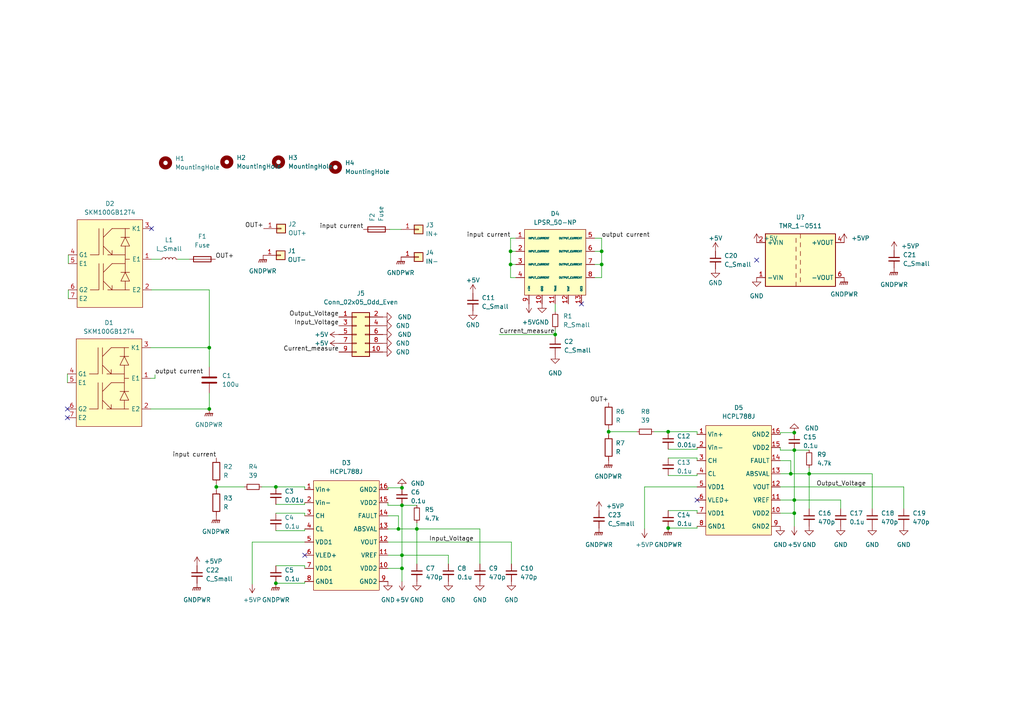
<source format=kicad_sch>
(kicad_sch (version 20211123) (generator eeschema)
  (paper "A4")
  (lib_symbols
    (symbol "Connector_Generic:Conn_01x01" (pin_names (offset 1.016) hide)
      (property "Reference" "J" (at 0 2.54 0))
      (property "Value" "Conn_01x01" (at 0 -2.54 0))
      (symbol "Conn_01x01_1_1"
        (rectangle (start -1.27 0.127) (end 0 -0.127) (stroke (width 0.1524)))
        (rectangle (start -1.27 1.27) (end 1.27 -1.27) (stroke (width 0.254)) (fill (type background)))
        (pin passive line (at -5.08 0 0) (length 3.81) (name "Pin_1") (number "1"))
      )
    )
    (symbol "Connector_Generic:Conn_02x05_Odd_Even" (pin_names (offset 1.016) hide)
      (property "Reference" "J" (at 1.27 7.62 0))
      (property "Value" "Conn_02x05_Odd_Even" (at 1.27 -7.62 0))
      (symbol "Conn_02x05_Odd_Even_1_1"
        (rectangle (start -1.27 -4.953) (end 0 -5.207) (stroke (width 0.1524)))
        (rectangle (start -1.27 -2.413) (end 0 -2.667) (stroke (width 0.1524)))
        (rectangle (start -1.27 0.127) (end 0 -0.127) (stroke (width 0.1524)))
        (rectangle (start -1.27 2.667) (end 0 2.413) (stroke (width 0.1524)))
        (rectangle (start -1.27 5.207) (end 0 4.953) (stroke (width 0.1524)))
        (rectangle (start -1.27 6.35) (end 3.81 -6.35) (stroke (width 0.254)) (fill (type background)))
        (rectangle (start 3.81 -4.953) (end 2.54 -5.207) (stroke (width 0.1524)))
        (rectangle (start 3.81 -2.413) (end 2.54 -2.667) (stroke (width 0.1524)))
        (rectangle (start 3.81 0.127) (end 2.54 -0.127) (stroke (width 0.1524)))
        (rectangle (start 3.81 2.667) (end 2.54 2.413) (stroke (width 0.1524)))
        (rectangle (start 3.81 5.207) (end 2.54 4.953) (stroke (width 0.1524)))
        (pin passive line (at -5.08 5.08 0) (length 3.81) (name "Pin_1") (number "1"))
        (pin passive line (at 7.62 -5.08 180) (length 3.81) (name "Pin_10") (number "10"))
        (pin passive line (at 7.62 5.08 180) (length 3.81) (name "Pin_2") (number "2"))
        (pin passive line (at -5.08 2.54 0) (length 3.81) (name "Pin_3") (number "3"))
        (pin passive line (at 7.62 2.54 180) (length 3.81) (name "Pin_4") (number "4"))
        (pin passive line (at -5.08 0 0) (length 3.81) (name "Pin_5") (number "5"))
        (pin passive line (at 7.62 0 180) (length 3.81) (name "Pin_6") (number "6"))
        (pin passive line (at -5.08 -2.54 0) (length 3.81) (name "Pin_7") (number "7"))
        (pin passive line (at 7.62 -2.54 180) (length 3.81) (name "Pin_8") (number "8"))
        (pin passive line (at -5.08 -5.08 0) (length 3.81) (name "Pin_9") (number "9"))
      )
    )
    (symbol "Device:C" (pin_numbers hide) (pin_names (offset 0.254))
      (property "Reference" "C" (at 0.635 2.54 0))
      (property "Value" "C" (at 0.635 -2.54 0))
      (symbol "C_0_1"
        (polyline (pts (xy -2.032 -0.762) (xy 2.032 -0.762)) (stroke (width 0.508)))
        (polyline (pts (xy -2.032 0.762) (xy 2.032 0.762)) (stroke (width 0.508)))
      )
      (symbol "C_1_1"
        (pin passive line (at 0 3.81 270) (length 2.794) (name "~") (number "1"))
        (pin passive line (at 0 -3.81 90) (length 2.794) (name "~") (number "2"))
      )
    )
    (symbol "Device:C_Small" (pin_numbers hide) (pin_names (offset 0.254) hide)
      (property "Reference" "C" (at 0.254 1.778 0))
      (property "Value" "C_Small" (at 0.254 -2.032 0))
      (symbol "C_Small_0_1"
        (polyline (pts (xy -1.524 -0.508) (xy 1.524 -0.508)) (stroke (width 0.3302)))
        (polyline (pts (xy -1.524 0.508) (xy 1.524 0.508)) (stroke (width 0.3048)))
      )
      (symbol "C_Small_1_1"
        (pin passive line (at 0 2.54 270) (length 2.032) (name "~") (number "1"))
        (pin passive line (at 0 -2.54 90) (length 2.032) (name "~") (number "2"))
      )
    )
    (symbol "Device:Fuse" (pin_numbers hide) (pin_names (offset 0))
      (property "Reference" "F" (at 2.032 0 90))
      (property "Value" "Fuse" (at -1.905 0 90))
      (symbol "Fuse_0_1"
        (rectangle (start -0.762 -2.54) (end 0.762 2.54) (stroke (width 0.254)))
        (polyline (pts (xy 0 2.54) (xy 0 -2.54)))
      )
      (symbol "Fuse_1_1"
        (pin passive line (at 0 3.81 270) (length 1.27) (name "~") (number "1"))
        (pin passive line (at 0 -3.81 90) (length 1.27) (name "~") (number "2"))
      )
    )
    (symbol "Device:L_Small" (pin_numbers hide) (pin_names (offset 0.254) hide)
      (property "Reference" "L" (at 0.762 1.016 0))
      (property "Value" "L_Small" (at 0.762 -1.016 0))
      (symbol "L_Small_0_1"
        (arc (start 0 -2.032) (mid 0.508 -1.524) (end 0 -1.016))
        (arc (start 0 -1.016) (mid 0.508 -0.508) (end 0 0))
        (arc (start 0 0) (mid 0.508 0.508) (end 0 1.016))
        (arc (start 0 1.016) (mid 0.508 1.524) (end 0 2.032))
      )
      (symbol "L_Small_1_1"
        (pin passive line (at 0 2.54 270) (length 0.508) (name "~") (number "1"))
        (pin passive line (at 0 -2.54 90) (length 0.508) (name "~") (number "2"))
      )
    )
    (symbol "Device:R" (pin_numbers hide) (pin_names (offset 0))
      (property "Reference" "R" (at 2.032 0 90))
      (property "Value" "R" (at 0 0 90))
      (symbol "R_0_1"
        (rectangle (start -1.016 -2.54) (end 1.016 2.54) (stroke (width 0.254)))
      )
      (symbol "R_1_1"
        (pin passive line (at 0 3.81 270) (length 1.27) (name "~") (number "1"))
        (pin passive line (at 0 -3.81 90) (length 1.27) (name "~") (number "2"))
      )
    )
    (symbol "Device:R_Small" (pin_numbers hide) (pin_names (offset 0.254) hide)
      (property "Reference" "R" (at 0.762 0.508 0))
      (property "Value" "R_Small" (at 0.762 -1.016 0))
      (symbol "R_Small_0_1"
        (rectangle (start -0.762 1.778) (end 0.762 -1.778) (stroke (width 0.2032)))
      )
      (symbol "R_Small_1_1"
        (pin passive line (at 0 2.54 270) (length 0.762) (name "~") (number "1"))
        (pin passive line (at 0 -2.54 90) (length 0.762) (name "~") (number "2"))
      )
    )
    (symbol "HCPL:HCPL788J"
      (property "Reference" "D" (at 0 3.81 0))
      (property "Value" "HCPL788J" (at 0 1.27 0))
      (symbol "HCPL788J_0_1"
        (rectangle (start -10.16 0) (end 8.89 -31.75) (fill (type background)))
      )
      (symbol "HCPL788J_1_1"
        (pin input line (at -12.7 -2.54 0) (length 2.54) (name "Vin+") (number "1"))
        (pin input line (at 11.43 -25.4 180) (length 2.54) (name "VDD2") (number "10"))
        (pin input line (at 11.43 -21.59 180) (length 2.54) (name "VREF") (number "11"))
        (pin input line (at 11.43 -17.78 180) (length 2.54) (name "VOUT") (number "12"))
        (pin input line (at 11.43 -13.97 180) (length 2.54) (name "ABSVAL") (number "13"))
        (pin input line (at 11.43 -10.16 180) (length 2.54) (name "FAULT") (number "14"))
        (pin input line (at 11.43 -6.35 180) (length 2.54) (name "VDD2") (number "15"))
        (pin input line (at 11.43 -2.54 180) (length 2.54) (name "GND2") (number "16"))
        (pin input line (at -12.7 -6.35 0) (length 2.54) (name "Vin-") (number "2"))
        (pin input line (at -12.7 -10.16 0) (length 2.54) (name "CH") (number "3"))
        (pin input line (at -12.7 -13.97 0) (length 2.54) (name "CL") (number "4"))
        (pin input line (at -12.7 -17.78 0) (length 2.54) (name "VDD1") (number "5"))
        (pin input line (at -12.7 -21.59 0) (length 2.54) (name "VLED+") (number "6"))
        (pin input line (at -12.7 -25.4 0) (length 2.54) (name "VDD1") (number "7"))
        (pin input line (at -12.7 -29.21 0) (length 2.54) (name "GND1") (number "8"))
        (pin input line (at 11.43 -29.21 180) (length 2.54) (name "GND2") (number "9"))
      )
    )
    (symbol "LPSR:LPSR_50-NP" (pin_names (offset 1.016))
      (property "Reference" "D" (at 0 0 0))
      (property "Value" "LPSR_50-NP" (at 0 -2.54 0))
      (symbol "LPSR_50-NP_0_1"
        (rectangle (start -8.89 -5.08) (end 8.89 -24.13) (fill (type background)))
      )
      (symbol "LPSR_50-NP_1_1"
        (pin input line (at -11.43 -7.62 0) (length 2.54) (name "INPUT_CURRENT") (number "1"))
        (pin input line (at -3.81 -26.67 90) (length 2.54) (name "GND") (number "10"))
        (pin input line (at 0 -26.67 90) (length 2.54) (name "Vout") (number "11"))
        (pin input line (at 3.81 -26.67 90) (length 2.54) (name "Vref") (number "12"))
        (pin input line (at 7.62 -26.67 90) (length 2.54) (name "OCD") (number "13"))
        (pin input line (at -11.43 -11.43 0) (length 2.54) (name "INPUT_CURRENT") (number "2"))
        (pin input line (at -11.43 -15.24 0) (length 2.54) (name "INPUT_CURRENT") (number "3"))
        (pin input line (at -11.43 -19.05 0) (length 2.54) (name "INPUT_CURRENT") (number "4"))
        (pin input line (at 11.43 -7.62 180) (length 2.54) (name "OUTPUT_CURRENT") (number "5"))
        (pin input line (at 11.43 -11.43 180) (length 2.54) (name "OUTPUT_CURRENT") (number "6"))
        (pin input line (at 11.43 -15.24 180) (length 2.54) (name "OUTPUT_CURRENT") (number "7"))
        (pin input line (at 11.43 -19.05 180) (length 2.54) (name "OUTPUT_CURRENT") (number "8"))
        (pin input line (at -7.62 -26.67 90) (length 2.54) (name "+Uc") (number "9"))
      )
    )
    (symbol "Mechanical:MountingHole" (pin_names (offset 1.016))
      (property "Reference" "H" (at 0 5.08 0))
      (property "Value" "MountingHole" (at 0 3.175 0))
      (symbol "MountingHole_0_1"
        (circle (center 0 0) (radius 1.27) (stroke (width 1.27)))
      )
    )
    (symbol "Regulator_Switching:TMR_1-0511"
      (property "Reference" "U" (at -8.89 8.89 0))
      (property "Value" "TMR_1-0511" (at 10.16 8.89 0))
      (symbol "TMR_1-0511_0_1"
        (rectangle (start -10.16 7.62) (end 10.16 -7.62) (stroke (width 0.254)) (fill (type background)))
        (polyline (pts (xy -1.27 -7.62) (xy -1.27 -6.35)))
        (polyline (pts (xy -1.27 -5.08) (xy -1.27 -3.81)))
        (polyline (pts (xy -1.27 -2.54) (xy -1.27 -1.27)))
        (polyline (pts (xy -1.27 0) (xy -1.27 1.27)))
        (polyline (pts (xy -1.27 2.54) (xy -1.27 3.81)))
        (polyline (pts (xy -1.27 5.08) (xy -1.27 6.35)))
        (polyline (pts (xy 0 -5.08) (xy 0 -6.35)))
        (polyline (pts (xy 0 -2.54) (xy 0 -3.81)))
        (polyline (pts (xy 0 0) (xy 0 -1.27)))
        (polyline (pts (xy 0 2.54) (xy 0 1.27)))
        (polyline (pts (xy 0 5.08) (xy 0 3.81)))
        (polyline (pts (xy 0 7.62) (xy 0 6.35)))
      )
      (symbol "TMR_1-0511_1_1"
        (pin power_in line (at -12.7 -5.08 0) (length 2.54) (name "-VIN") (number "1"))
        (pin power_in line (at -12.7 5.08 0) (length 2.54) (name "+VIN") (number "2"))
        (pin power_out line (at 12.7 5.08 180) (length 2.54) (name "+VOUT") (number "4"))
        (pin power_out line (at 12.7 -5.08 180) (length 2.54) (name "-VOUT") (number "6"))
      )
    )
    (symbol "SKM100GB12T4_1"
      (property "Reference" "D?" (at -0.635 4.699 0))
      (property "Value" "SKM100GB12T4" (at -0.635 2.159 0))
      (symbol "SKM100GB12T4_1_0_1"
        (polyline (pts (xy 3.81 -20.32) (xy 5.08 -20.32)))
        (polyline (pts (xy 3.81 -2.54) (xy 5.08 -2.54)))
        (polyline (pts (xy -3.81 -12.7) (xy -3.81 -20.32) (xy -6.35 -20.32)))
        (polyline (pts (xy -3.81 -2.54) (xy -3.81 -10.16) (xy -6.35 -10.16)))
        (polyline (pts (xy 3.81 -17.78) (xy 3.81 -20.32) (xy 0 -20.32)))
        (polyline (pts (xy 3.81 -15.24) (xy 3.81 -12.7) (xy 0 -12.7)))
        (polyline (pts (xy 3.81 -7.62) (xy 3.81 -10.16) (xy 0 -10.16)))
        (polyline (pts (xy 3.81 -5.08) (xy 3.81 -2.54) (xy 0 -2.54)))
        (polyline (pts (xy 3.81 -10.16) (xy 3.81 -12.7) (xy 3.81 -11.43) (xy 5.08 -11.43)))
        (polyline (pts (xy 2.54 -15.24) (xy 5.08 -15.24) (xy 3.81 -15.24) (xy 2.54 -17.78) (xy 5.08 -17.78) (xy 3.81 -15.24)))
        (polyline (pts (xy 2.54 -5.08) (xy 5.08 -5.08) (xy 3.81 -5.08) (xy 2.54 -7.62) (xy 5.08 -7.62) (xy 3.81 -5.08)))
        (polyline (pts (xy 0 -12.7) (xy -2.54 -15.24) (xy -2.54 -12.7) (xy -2.54 -20.32) (xy -2.54 -17.78) (xy 0 -20.32) (xy 0 -19.05) (xy 0 -20.32) (xy -1.27 -20.32)))
        (polyline (pts (xy 0 -2.54) (xy -2.54 -5.08) (xy -2.54 -2.54) (xy -2.54 -10.16) (xy -2.54 -7.62) (xy 0 -10.16) (xy 0 -8.89) (xy 0 -10.16) (xy -1.27 -10.16)))
        (rectangle (start 8.89 0) (end -10.16 -25.4) (fill (type background)))
      )
      (symbol "SKM100GB12T4_1_1_1"
        (pin input line (at 11.43 -11.43 180) (length 2.54) (name "E1") (number "1"))
        (pin input line (at 11.43 -20.32 180) (length 2.54) (name "E2") (number "2"))
        (pin input line (at 11.43 -2.54 180) (length 2.54) (name "K1") (number "3"))
        (pin input line (at -12.7 -10.16 0) (length 2.54) (name "G1") (number "4"))
        (pin input line (at -12.7 -12.7 0) (length 2.54) (name "E1") (number "5"))
        (pin input line (at -12.7 -20.32 0) (length 2.54) (name "G2") (number "6"))
        (pin input line (at -12.7 -22.86 0) (length 2.54) (name "E2") (number "7"))
      )
    )
    (symbol "power:+5V" (power) (pin_names (offset 0))
      (property "Value" "+5V" (at 0 3.556 0))
      (symbol "+5V_0_1"
        (polyline (pts (xy -0.762 1.27) (xy 0 2.54)))
        (polyline (pts (xy 0 0) (xy 0 2.54)))
        (polyline (pts (xy 0 2.54) (xy 0.762 1.27)))
      )
      (symbol "+5V_1_1"
        (pin power_in line (at 0 0 90) (length 0) hide (name "+5V") (number "1"))
      )
    )
    (symbol "power:+5VP" (power) (pin_names (offset 0))
      (property "Value" "+5VP" (at 0 3.556 0))
      (symbol "+5VP_0_1"
        (polyline (pts (xy -0.762 1.27) (xy 0 2.54)))
        (polyline (pts (xy 0 0) (xy 0 2.54)))
        (polyline (pts (xy 0 2.54) (xy 0.762 1.27)))
      )
      (symbol "+5VP_1_1"
        (pin power_in line (at 0 0 90) (length 0) hide (name "+5VP") (number "1"))
      )
    )
    (symbol "power:GND" (power) (pin_names (offset 0))
      (property "Value" "GND" (at 0 -3.81 0))
      (symbol "GND_0_1"
        (polyline (pts (xy 0 0) (xy 0 -1.27) (xy 1.27 -1.27) (xy 0 -2.54) (xy -1.27 -1.27) (xy 0 -1.27)))
      )
      (symbol "GND_1_1"
        (pin power_in line (at 0 0 270) (length 0) hide (name "GND") (number "1"))
      )
    )
    (symbol "power:GNDPWR" (power) (pin_names (offset 0))
      (property "Value" "GNDPWR" (at 0 -3.302 0))
      (symbol "GNDPWR_0_1"
        (polyline (pts (xy 0 -1.27) (xy 0 0)))
        (polyline (pts (xy -1.016 -1.27) (xy -1.27 -2.032) (xy -1.27 -2.032)) (stroke (width 0.2032)))
        (polyline (pts (xy -0.508 -1.27) (xy -0.762 -2.032) (xy -0.762 -2.032)) (stroke (width 0.2032)))
        (polyline (pts (xy 0 -1.27) (xy -0.254 -2.032) (xy -0.254 -2.032)) (stroke (width 0.2032)))
        (polyline (pts (xy 0.508 -1.27) (xy 0.254 -2.032) (xy 0.254 -2.032)) (stroke (width 0.2032)))
        (polyline (pts (xy 1.016 -1.27) (xy -1.016 -1.27) (xy -1.016 -1.27)) (stroke (width 0.2032)))
        (polyline (pts (xy 1.016 -1.27) (xy 0.762 -2.032) (xy 0.762 -2.032) (xy 0.762 -2.032)) (stroke (width 0.2032)))
      )
      (symbol "GNDPWR_1_1"
        (pin power_in line (at 0 0 270) (length 0) hide (name "GNDPWR") (number "1"))
      )
    )
  )
  (junction (at 62.738 141.224))
  (junction (at 60.706 100.838))
  (junction (at 120.904 153.416))
  (junction (at 148.082 76.708))
  (junction (at 230.378 145.034))
  (junction (at 161.036 97.028))
  (junction (at 115.57 153.416))
  (junction (at 193.802 153.162))
  (junction (at 116.586 161.036))
  (junction (at 116.586 146.558))
  (junction (at 174.498 72.898))
  (junction (at 174.498 76.708))
  (junction (at 234.696 137.414))
  (junction (at 148.082 72.898))
  (junction (at 229.362 137.414))
  (junction (at 60.706 118.618))
  (junction (at 80.01 169.164))
  (junction (at 80.01 141.224))
  (junction (at 230.378 148.844))
  (junction (at 116.586 164.846))
  (junction (at 230.378 130.556))
  (junction (at 116.586 141.478))
  (junction (at 230.378 125.476))
  (junction (at 176.53 125.222))
  (junction (at 193.802 125.222))
  (no_connect (at 88.392 161.036))
  (no_connect (at 202.184 145.034))
  (no_connect (at 19.558 118.618))
  (no_connect (at 19.558 121.158))
  (no_connect (at 43.942 66.294))
  (no_connect (at 168.656 88.138))
  (no_connect (at 219.456 75.438))
  (wire (pts (xy 189.738 125.222) (xy 193.802 125.222)))
  (wire (pts (xy 80.01 153.924) (xy 88.392 153.924)))
  (wire (pts (xy 202.184 137.922) (xy 202.184 137.414)))
  (wire (pts (xy 116.586 146.558) (xy 112.522 146.558)))
  (wire (pts (xy 43.688 100.838) (xy 60.706 100.838)))
  (wire (pts (xy 234.696 137.414) (xy 252.984 137.414)))
  (wire (pts (xy 19.558 108.458) (xy 19.558 110.998)))
  (wire (pts (xy 161.036 95.504) (xy 161.036 97.028)))
  (wire (pts (xy 161.036 88.138) (xy 161.036 90.424)))
  (wire (pts (xy 19.812 84.074) (xy 19.812 86.614)))
  (wire (pts (xy 252.984 137.414) (xy 252.984 147.574)))
  (wire (pts (xy 62.738 141.224) (xy 70.866 141.224)))
  (wire (pts (xy 243.84 145.034) (xy 243.84 147.574)))
  (wire (pts (xy 172.466 69.088) (xy 174.498 69.088)))
  (wire (pts (xy 202.184 125.222) (xy 202.184 125.984)))
  (wire (pts (xy 230.378 148.844) (xy 230.378 152.654)))
  (wire (pts (xy 262.128 141.224) (xy 262.128 147.574)))
  (wire (pts (xy 229.362 137.414) (xy 234.696 137.414)))
  (wire (pts (xy 234.696 137.414) (xy 234.696 147.574)))
  (wire (pts (xy 80.01 169.164) (xy 88.392 169.164)))
  (wire (pts (xy 115.57 153.416) (xy 120.904 153.416)))
  (wire (pts (xy 80.01 148.844) (xy 88.392 148.844)))
  (wire (pts (xy 226.314 133.604) (xy 229.362 133.604)))
  (wire (pts (xy 116.586 141.478) (xy 112.522 141.478)))
  (wire (pts (xy 51.562 75.184) (xy 54.864 75.184)))
  (wire (pts (xy 112.522 164.846) (xy 116.586 164.846)))
  (wire (pts (xy 230.378 130.556) (xy 226.314 130.556)))
  (wire (pts (xy 116.586 146.558) (xy 116.586 161.036)))
  (wire (pts (xy 176.53 125.222) (xy 176.53 125.984)))
  (wire (pts (xy 88.392 164.084) (xy 88.392 164.846)))
  (wire (pts (xy 112.522 146.558) (xy 112.522 145.796)))
  (wire (pts (xy 193.802 137.922) (xy 202.184 137.922)))
  (wire (pts (xy 161.036 97.028) (xy 161.036 97.79)))
  (wire (pts (xy 172.466 76.708) (xy 174.498 76.708)))
  (wire (pts (xy 60.706 84.074) (xy 60.706 100.838)))
  (wire (pts (xy 144.78 97.028) (xy 161.036 97.028)))
  (wire (pts (xy 176.53 125.222) (xy 184.658 125.222)))
  (wire (pts (xy 234.696 135.636) (xy 234.696 137.414)))
  (wire (pts (xy 60.706 114.046) (xy 60.706 118.618)))
  (wire (pts (xy 149.606 69.088) (xy 148.082 69.088)))
  (wire (pts (xy 112.522 141.478) (xy 112.522 141.986)))
  (wire (pts (xy 80.01 141.224) (xy 88.392 141.224)))
  (wire (pts (xy 148.082 80.518) (xy 148.082 76.708)))
  (wire (pts (xy 202.184 148.082) (xy 202.184 148.844)))
  (wire (pts (xy 193.802 148.082) (xy 202.184 148.082)))
  (wire (pts (xy 116.586 161.036) (xy 116.586 164.846)))
  (wire (pts (xy 148.082 69.088) (xy 148.082 72.898)))
  (wire (pts (xy 112.522 149.606) (xy 115.57 149.606)))
  (wire (pts (xy 62.738 140.462) (xy 62.738 141.224)))
  (wire (pts (xy 120.904 153.416) (xy 139.192 153.416)))
  (wire (pts (xy 43.942 75.184) (xy 46.482 75.184)))
  (wire (pts (xy 115.57 149.606) (xy 115.57 153.416)))
  (wire (pts (xy 19.812 73.914) (xy 19.812 76.454)))
  (wire (pts (xy 73.152 169.418) (xy 73.152 157.226)))
  (wire (pts (xy 80.01 146.304) (xy 88.392 146.304)))
  (wire (pts (xy 88.392 148.844) (xy 88.392 149.606)))
  (wire (pts (xy 120.904 151.638) (xy 120.904 153.416)))
  (wire (pts (xy 193.802 132.842) (xy 202.184 132.842)))
  (wire (pts (xy 202.184 132.842) (xy 202.184 133.604)))
  (wire (pts (xy 174.498 72.898) (xy 174.498 76.708)))
  (wire (pts (xy 226.314 145.034) (xy 230.378 145.034)))
  (wire (pts (xy 75.946 141.224) (xy 80.01 141.224)))
  (wire (pts (xy 193.802 153.162) (xy 202.184 153.162)))
  (wire (pts (xy 130.048 161.036) (xy 130.048 163.576)))
  (wire (pts (xy 112.522 161.036) (xy 116.586 161.036)))
  (wire (pts (xy 116.586 146.558) (xy 120.904 146.558)))
  (wire (pts (xy 230.378 145.034) (xy 243.84 145.034)))
  (wire (pts (xy 226.314 130.556) (xy 226.314 129.794)))
  (wire (pts (xy 88.392 169.164) (xy 88.392 168.656)))
  (wire (pts (xy 193.802 130.302) (xy 202.184 130.302)))
  (wire (pts (xy 202.184 130.302) (xy 202.184 129.794)))
  (wire (pts (xy 148.082 76.708) (xy 149.606 76.708)))
  (wire (pts (xy 88.392 141.224) (xy 88.392 141.986)))
  (wire (pts (xy 88.392 153.924) (xy 88.392 153.416)))
  (wire (pts (xy 186.944 141.224) (xy 202.184 141.224)))
  (wire (pts (xy 112.522 153.416) (xy 115.57 153.416)))
  (wire (pts (xy 43.942 84.074) (xy 60.706 84.074)))
  (wire (pts (xy 230.378 130.556) (xy 234.696 130.556)))
  (wire (pts (xy 116.586 164.846) (xy 116.586 168.656)))
  (wire (pts (xy 80.01 164.084) (xy 88.392 164.084)))
  (wire (pts (xy 149.606 80.518) (xy 148.082 80.518)))
  (wire (pts (xy 174.498 80.518) (xy 172.466 80.518)))
  (wire (pts (xy 139.192 153.416) (xy 139.192 163.576)))
  (wire (pts (xy 172.466 72.898) (xy 174.498 72.898)))
  (wire (pts (xy 43.688 118.618) (xy 60.706 118.618)))
  (wire (pts (xy 226.314 141.224) (xy 262.128 141.224)))
  (wire (pts (xy 226.314 148.844) (xy 230.378 148.844)))
  (wire (pts (xy 176.53 124.46) (xy 176.53 125.222)))
  (wire (pts (xy 174.498 69.088) (xy 174.498 72.898)))
  (wire (pts (xy 113.03 66.548) (xy 116.332 66.548)))
  (wire (pts (xy 62.738 141.224) (xy 62.738 141.986)))
  (wire (pts (xy 193.802 125.222) (xy 202.184 125.222)))
  (wire (pts (xy 88.392 146.304) (xy 88.392 145.796)))
  (wire (pts (xy 226.314 137.414) (xy 229.362 137.414)))
  (wire (pts (xy 202.184 153.162) (xy 202.184 152.654)))
  (wire (pts (xy 230.378 130.556) (xy 230.378 145.034)))
  (wire (pts (xy 230.378 145.034) (xy 230.378 148.844)))
  (wire (pts (xy 116.586 161.036) (xy 130.048 161.036)))
  (wire (pts (xy 112.522 157.226) (xy 148.336 157.226)))
  (wire (pts (xy 148.082 72.898) (xy 149.606 72.898)))
  (wire (pts (xy 186.944 153.416) (xy 186.944 141.224)))
  (wire (pts (xy 43.688 109.728) (xy 44.958 109.728)))
  (wire (pts (xy 226.314 125.476) (xy 226.314 125.984)))
  (wire (pts (xy 148.082 76.708) (xy 148.082 72.898)))
  (wire (pts (xy 120.904 153.416) (xy 120.904 163.576)))
  (wire (pts (xy 60.706 100.838) (xy 60.706 106.426)))
  (wire (pts (xy 174.498 76.708) (xy 174.498 80.518)))
  (wire (pts (xy 230.378 125.476) (xy 226.314 125.476)))
  (wire (pts (xy 148.336 157.226) (xy 148.336 163.576)))
  (wire (pts (xy 44.958 109.728) (xy 44.958 108.712)))
  (wire (pts (xy 73.152 157.226) (xy 88.392 157.226)))
  (wire (pts (xy 229.362 133.604) (xy 229.362 137.414)))
  (label "Input_Voltage" (at 137.414 157.226 180))
  (label "Current_measure" (at 144.78 97.028 0))
  (label "output current" (at 44.958 108.712 0))
  (label "input current" (at 148.082 69.088 180))
  (label "input current" (at 62.738 132.842 180))
  (label "output current" (at 174.498 69.088 0))
  (label "OUT+" (at 176.53 116.84 180))
  (label "Output_Voltage" (at 251.206 141.224 180))
  (label "Current_measure" (at 98.298 102.108 180))
  (label "OUT+" (at 62.484 75.184 0))
  (label "input current" (at 105.41 66.548 180))
  (label "Output_Voltage" (at 98.298 91.948 180))
  (label "Input_Voltage" (at 98.298 94.488 180))
  (label "OUT+" (at 76.454 66.294 180))
  (symbol (lib_id "power:+5VP") (at 173.736 148.082 0) (unit 1)
    (property "Reference" "#PWR044" (effects hide))
    (property "Value" "+5VP" (at 175.768 146.8119 0) (effects (justify left)))
  )
  (symbol (lib_id "Device:C_Small") (at 262.128 150.114 0) (unit 1)
    (property "Reference" "C19" (at 264.668 148.8502 0) (effects (justify left)))
    (property "Value" "470p" (at 264.668 151.3902 0) (effects (justify left)))
    (property "Footprint" "Capacitor_SMD:C_0805_2012Metric_Pad1.18x1.45mm_HandSolder" (effects hide))
  )
  (symbol (lib_id "LPSR:LPSR_50-NP") (at 161.036 61.468 0) (unit 1)
    (property "Reference" "D4" (at 161.036 61.976 0))
    (property "Value" "LPSR_50-NP" (at 161.036 64.516 0))
    (property "Footprint" "LPSR:LPSR_50" (effects hide))
  )
  (symbol (lib_id "power:GND") (at 234.696 152.654 0) (unit 1)
    (property "Reference" "#PWR023" (effects hide))
    (property "Value" "GND" (at 234.696 157.988 0))
  )
  (symbol (lib_id "power:GND") (at 226.314 152.654 0) (unit 1)
    (property "Reference" "#PWR021" (effects hide))
    (property "Value" "GND" (at 226.314 157.988 0))
  )
  (symbol (lib_id "power:GND") (at 116.586 141.478 180) (unit 1)
    (property "Reference" "#PWR0101" (effects hide))
    (property "Value" "GND" (at 119.126 140.2079 0) (effects (justify right)))
  )
  (symbol (lib_id "Device:L_Small") (at 49.022 75.184 90) (unit 1)
    (property "Reference" "L1" (at 49.022 69.596 90))
    (property "Value" "L_Small" (at 49.022 72.136 90))
    (property "Footprint" "Inductor_My:Wurth" (effects hide))
  )
  (symbol (lib_id "power:GNDPWR") (at 116.332 74.549 0) (unit 1)
    (property "Reference" "#PWR03" (effects hide))
    (property "Value" "GNDPWR" (at 116.205 79.121 0))
  )
  (symbol (lib_id "Device:R") (at 176.53 120.65 0) (unit 1)
    (property "Reference" "R6" (at 178.562 119.3799 0) (effects (justify left)))
    (property "Value" "R" (at 178.562 121.9199 0) (effects (justify left)))
    (property "Footprint" "Resistor_SMD:R_2512_6332Metric_Pad1.40x3.35mm_HandSolder" (effects hide))
  )
  (symbol (lib_id "HCPL:HCPL788J") (at 214.884 123.444 0) (unit 1)
    (property "Reference" "D5" (at 214.249 118.237 0))
    (property "Value" "HCPL788J" (at 214.249 120.777 0))
    (property "Footprint" "Package_SO:SOIC-16W_7.5x10.3mm_P1.27mm" (effects hide))
  )
  (symbol (lib_id "power:+5V") (at 207.518 72.898 0) (unit 1)
    (property "Reference" "#PWR027" (effects hide))
    (property "Value" "+5V" (at 205.486 69.088 0) (effects (justify left)))
  )
  (symbol (lib_id "power:GNDPWR") (at 259.334 77.724 0) (unit 1)
    (property "Reference" "#PWR034" (effects hide))
    (property "Value" "GNDPWR" (at 259.334 82.55 0))
  )
  (symbol (lib_id "Connector_Generic:Conn_01x01") (at 81.534 66.294 0) (unit 1)
    (property "Reference" "J2" (at 83.566 65.0239 0) (effects (justify left)))
    (property "Value" "OUT+" (at 83.566 67.5639 0) (effects (justify left)))
    (property "Footprint" "Connector Power:M5" (effects hide))
  )
  (symbol (lib_id "power:+5VP") (at 73.152 169.418 180) (unit 1)
    (property "Reference" "#PWR05" (effects hide))
    (property "Value" "+5VP" (at 73.152 173.99 0))
  )
  (symbol (lib_name "SKM100GB12T4_1") (lib_id "IGBT_Modul:SKM100GB12T4") (at 32.258 98.298 0) (unit 1)
    (property "Reference" "D1" (at 31.623 93.599 0))
    (property "Value" "SKM100GB12T4" (at 31.623 96.139 0))
    (property "Footprint" "IGBT_Modul:SEMITRANS_2" (effects hide))
  )
  (symbol (lib_id "power:GND") (at 120.904 168.656 0) (unit 1)
    (property "Reference" "#PWR09" (effects hide))
    (property "Value" "GND" (at 120.904 173.99 0))
  )
  (symbol (lib_id "power:+5V") (at 98.298 97.028 90) (unit 1)
    (property "Reference" "#PWR035" (effects hide))
    (property "Value" "+5V" (at 91.186 97.028 90) (effects (justify right)))
  )
  (symbol (lib_id "Device:C_Small") (at 193.802 150.622 0) (unit 1)
    (property "Reference" "C14" (at 196.342 149.3582 0) (effects (justify left)))
    (property "Value" "0.1u" (at 196.342 151.8982 0) (effects (justify left)))
    (property "Footprint" "Capacitor_SMD:C_0805_2012Metric_Pad1.18x1.45mm_HandSolder" (effects hide))
  )
  (symbol (lib_id "Device:C_Small") (at 80.01 166.624 0) (unit 1)
    (property "Reference" "C5" (at 82.55 165.3602 0) (effects (justify left)))
    (property "Value" "0.1u" (at 82.55 167.9002 0) (effects (justify left)))
    (property "Footprint" "Capacitor_SMD:C_0805_2012Metric_Pad1.18x1.45mm_HandSolder" (effects hide))
  )
  (symbol (lib_id "Device:C_Small") (at 120.904 166.116 0) (unit 1)
    (property "Reference" "C7" (at 123.444 164.8522 0) (effects (justify left)))
    (property "Value" "470p" (at 123.444 167.3922 0) (effects (justify left)))
    (property "Footprint" "Capacitor_SMD:C_0805_2012Metric_Pad1.18x1.45mm_HandSolder" (effects hide))
  )
  (symbol (lib_id "power:GND") (at 219.456 80.518 0) (unit 1)
    (property "Reference" "#PWR030" (effects hide))
    (property "Value" "GND" (at 219.456 85.852 0))
  )
  (symbol (lib_id "power:GND") (at 110.998 102.108 90) (unit 1)
    (property "Reference" "#PWR041" (effects hide))
    (property "Value" "GND" (at 114.808 102.1079 90) (effects (justify right)))
  )
  (symbol (lib_id "power:GNDPWR") (at 244.856 80.518 0) (unit 1)
    (property "Reference" "#PWR032" (effects hide))
    (property "Value" "GNDPWR" (at 244.856 85.344 0))
  )
  (symbol (lib_id "power:+5V") (at 137.16 85.09 0) (unit 1)
    (property "Reference" "#PWR015" (effects hide))
    (property "Value" "+5V" (at 135.128 81.28 0) (effects (justify left)))
  )
  (symbol (lib_id "power:GNDPWR") (at 76.327 74.041 0) (unit 1)
    (property "Reference" "#PWR02" (effects hide))
    (property "Value" "GNDPWR" (at 76.2 78.613 0))
  )
  (symbol (lib_id "Mechanical:MountingHole") (at 80.772 46.99 0) (unit 1)
    (property "Reference" "H3" (at 83.566 45.7199 0) (effects (justify left)))
    (property "Value" "MountingHole" (at 83.566 48.2599 0) (effects (justify left)))
    (property "Footprint" "MountingHole:MountingHole_3.2mm_M3" (effects hide))
  )
  (symbol (lib_id "power:+5VP") (at 186.944 153.416 180) (unit 1)
    (property "Reference" "#PWR019" (effects hide))
    (property "Value" "+5VP" (at 186.944 157.988 0))
  )
  (symbol (lib_id "Device:C_Small") (at 243.84 150.114 0) (unit 1)
    (property "Reference" "C17" (at 246.38 148.8502 0) (effects (justify left)))
    (property "Value" "0.1u" (at 246.38 151.3902 0) (effects (justify left)))
    (property "Footprint" "Capacitor_SMD:C_0805_2012Metric_Pad1.18x1.45mm_HandSolder" (effects hide))
  )
  (symbol (lib_id "power:+5V") (at 230.378 152.654 180) (unit 1)
    (property "Reference" "#PWR022" (effects hide))
    (property "Value" "+5V" (at 230.378 157.988 0))
  )
  (symbol (lib_id "Device:C_Small") (at 139.192 166.116 0) (unit 1)
    (property "Reference" "C9" (at 141.732 164.8522 0) (effects (justify left)))
    (property "Value" "470p" (at 141.732 167.3922 0) (effects (justify left)))
    (property "Footprint" "Capacitor_SMD:C_0805_2012Metric_Pad1.18x1.45mm_HandSolder" (effects hide))
  )
  (symbol (lib_id "power:GND") (at 110.998 91.948 90) (unit 1)
    (property "Reference" "#PWR037" (effects hide))
    (property "Value" "GND" (at 115.316 91.9479 90) (effects (justify right)))
  )
  (symbol (lib_id "power:GND") (at 139.192 168.656 0) (unit 1)
    (property "Reference" "#PWR011" (effects hide))
    (property "Value" "GND" (at 139.192 173.99 0))
  )
  (symbol (lib_id "Device:R") (at 176.53 129.794 0) (unit 1)
    (property "Reference" "R7" (at 178.562 128.5239 0) (effects (justify left)))
    (property "Value" "R" (at 178.562 131.0639 0) (effects (justify left)))
    (property "Footprint" "Resistor_SMD:R_2512_6332Metric_Pad1.40x3.35mm_HandSolder" (effects hide))
  )
  (symbol (lib_id "Device:C_Small") (at 259.334 75.184 0) (unit 1)
    (property "Reference" "C21" (at 261.874 73.9202 0) (effects (justify left)))
    (property "Value" "C_Small" (at 261.874 76.4602 0) (effects (justify left)))
    (property "Footprint" "Capacitor_SMD:C_1210_3225Metric_Pad1.33x2.70mm_HandSolder" (effects hide))
  )
  (symbol (lib_id "Device:C_Small") (at 161.036 100.33 0) (unit 1)
    (property "Reference" "C2" (at 163.576 99.0662 0) (effects (justify left)))
    (property "Value" "C_Small" (at 163.576 101.6062 0) (effects (justify left)))
    (property "Footprint" "Capacitor_SMD:C_0805_2012Metric_Pad1.18x1.45mm_HandSolder" (effects hide))
  )
  (symbol (lib_id "Device:C_Small") (at 193.802 127.762 0) (unit 1)
    (property "Reference" "C12" (at 196.342 126.4982 0) (effects (justify left)))
    (property "Value" "0.01u" (at 196.342 129.0382 0) (effects (justify left)))
    (property "Footprint" "Capacitor_SMD:C_0805_2012Metric_Pad1.18x1.45mm_HandSolder" (effects hide))
  )
  (symbol (lib_id "Device:R_Small") (at 120.904 149.098 0) (unit 1)
    (property "Reference" "R5" (at 123.19 147.8279 0) (effects (justify left)))
    (property "Value" "4.7k" (at 123.19 150.3679 0) (effects (justify left)))
    (property "Footprint" "Resistor_SMD:R_0805_2012Metric_Pad1.20x1.40mm_HandSolder" (effects hide))
  )
  (symbol (lib_id "power:GNDPWR") (at 60.706 118.618 0) (unit 1)
    (property "Reference" "#PWR01" (effects hide))
    (property "Value" "GNDPWR" (at 60.579 123.19 0))
  )
  (symbol (lib_id "Device:C_Small") (at 80.01 151.384 0) (unit 1)
    (property "Reference" "C4" (at 82.55 150.1202 0) (effects (justify left)))
    (property "Value" "0.1u" (at 82.55 152.6602 0) (effects (justify left)))
    (property "Footprint" "Capacitor_SMD:C_0805_2012Metric_Pad1.18x1.45mm_HandSolder" (effects hide))
  )
  (symbol (lib_id "Device:C_Small") (at 252.984 150.114 0) (unit 1)
    (property "Reference" "C18" (at 255.524 148.8502 0) (effects (justify left)))
    (property "Value" "470p" (at 255.524 151.3902 0) (effects (justify left)))
    (property "Footprint" "Capacitor_SMD:C_0805_2012Metric_Pad1.18x1.45mm_HandSolder" (effects hide))
  )
  (symbol (lib_id "Device:Fuse") (at 58.674 75.184 90) (unit 1)
    (property "Reference" "F1" (at 58.674 68.58 90))
    (property "Value" "Fuse" (at 58.674 71.12 90))
    (property "Footprint" "Fuse:Fuse_2512_6332Metric_Pad1.52x3.35mm_HandSolder" (effects hide))
  )
  (symbol (lib_id "power:GND") (at 110.998 99.568 90) (unit 1)
    (property "Reference" "#PWR040" (effects hide))
    (property "Value" "GND" (at 114.808 99.5679 90) (effects (justify right)))
  )
  (symbol (lib_id "power:GND") (at 110.998 94.488 90) (unit 1)
    (property "Reference" "#PWR038" (effects hide))
    (property "Value" "GND" (at 114.808 94.4879 90) (effects (justify right)))
  )
  (symbol (lib_id "Device:C_Small") (at 173.736 150.622 0) (unit 1)
    (property "Reference" "C23" (at 176.276 149.3582 0) (effects (justify left)))
    (property "Value" "C_Small" (at 176.276 151.8982 0) (effects (justify left)))
    (property "Footprint" "Capacitor_SMD:C_0805_2012Metric_Pad1.18x1.45mm_HandSolder" (effects hide))
  )
  (symbol (lib_id "power:GNDPWR") (at 176.53 133.604 0) (unit 1)
    (property "Reference" "#PWR018" (effects hide))
    (property "Value" "GNDPWR" (at 176.403 138.176 0))
  )
  (symbol (lib_id "Device:C_Small") (at 116.586 144.018 0) (unit 1)
    (property "Reference" "C6" (at 119.126 142.7542 0) (effects (justify left)))
    (property "Value" "0.1u" (at 119.126 145.2942 0) (effects (justify left)))
    (property "Footprint" "Capacitor_SMD:C_0805_2012Metric_Pad1.18x1.45mm_HandSolder" (effects hide))
  )
  (symbol (lib_id "Device:C_Small") (at 148.336 166.116 0) (unit 1)
    (property "Reference" "C10" (at 150.876 164.8522 0) (effects (justify left)))
    (property "Value" "470p" (at 150.876 167.3922 0) (effects (justify left)))
    (property "Footprint" "Capacitor_SMD:C_0805_2012Metric_Pad1.18x1.45mm_HandSolder" (effects hide))
  )
  (symbol (lib_id "Device:C_Small") (at 57.15 166.624 0) (unit 1)
    (property "Reference" "C22" (at 59.69 165.3602 0) (effects (justify left)))
    (property "Value" "C_Small" (at 59.69 167.9002 0) (effects (justify left)))
    (property "Footprint" "Capacitor_SMD:C_0805_2012Metric_Pad1.18x1.45mm_HandSolder" (effects hide))
  )
  (symbol (lib_id "power:GND") (at 262.128 152.654 0) (unit 1)
    (property "Reference" "#PWR026" (effects hide))
    (property "Value" "GND" (at 262.128 157.988 0))
  )
  (symbol (lib_id "power:GND") (at 207.518 77.978 0) (unit 1)
    (property "Reference" "#PWR028" (effects hide))
    (property "Value" "GND" (at 207.518 82.042 0))
  )
  (symbol (lib_id "power:GND") (at 110.998 97.028 90) (unit 1)
    (property "Reference" "#PWR039" (effects hide))
    (property "Value" "GND" (at 115.316 97.0279 90) (effects (justify right)))
  )
  (symbol (lib_id "power:GND") (at 137.16 90.17 0) (unit 1)
    (property "Reference" "#PWR016" (effects hide))
    (property "Value" "GND" (at 137.16 94.234 0))
  )
  (symbol (lib_id "power:GNDPWR") (at 80.01 169.164 0) (unit 1)
    (property "Reference" "#PWR06" (effects hide))
    (property "Value" "GNDPWR" (at 80.01 173.99 0))
  )
  (symbol (lib_id "Connector_Generic:Conn_01x01") (at 121.412 74.549 0) (unit 1)
    (property "Reference" "J4" (at 123.444 73.2789 0) (effects (justify left)))
    (property "Value" "IN-" (at 123.444 75.8189 0) (effects (justify left)))
    (property "Footprint" "Connector Power:M5" (effects hide))
  )
  (symbol (lib_id "Device:R_Small") (at 161.036 92.964 0) (unit 1)
    (property "Reference" "R1" (at 163.322 91.6939 0) (effects (justify left)))
    (property "Value" "R_Small" (at 163.322 94.2339 0) (effects (justify left)))
    (property "Footprint" "Resistor_SMD:R_0805_2012Metric_Pad1.20x1.40mm_HandSolder" (effects hide))
  )
  (symbol (lib_id "power:GND") (at 243.84 152.654 0) (unit 1)
    (property "Reference" "#PWR024" (effects hide))
    (property "Value" "GND" (at 243.84 157.988 0))
  )
  (symbol (lib_id "Device:C_Small") (at 193.802 135.382 0) (unit 1)
    (property "Reference" "C13" (at 196.342 134.1182 0) (effects (justify left)))
    (property "Value" "0.1u" (at 196.342 136.6582 0) (effects (justify left)))
    (property "Footprint" "Capacitor_SMD:C_0805_2012Metric_Pad1.18x1.45mm_HandSolder" (effects hide))
  )
  (symbol (lib_id "power:+5V") (at 153.416 88.138 180) (unit 1)
    (property "Reference" "#PWR013" (effects hide))
    (property "Value" "+5V" (at 153.416 93.472 0))
  )
  (symbol (lib_id "Mechanical:MountingHole") (at 48.006 47.244 0) (unit 1)
    (property "Reference" "H1" (at 50.8 45.9739 0) (effects (justify left)))
    (property "Value" "MountingHole" (at 50.8 48.5139 0) (effects (justify left)))
    (property "Footprint" "MountingHole:MountingHole_3.2mm_M3" (effects hide))
  )
  (symbol (lib_id "Device:C_Small") (at 234.696 150.114 0) (unit 1)
    (property "Reference" "C16" (at 237.236 148.8502 0) (effects (justify left)))
    (property "Value" "470p" (at 237.236 151.3902 0) (effects (justify left)))
    (property "Footprint" "Capacitor_SMD:C_0805_2012Metric_Pad1.18x1.45mm_HandSolder" (effects hide))
  )
  (symbol (lib_id "power:GND") (at 157.226 88.138 0) (unit 1)
    (property "Reference" "#PWR014" (effects hide))
    (property "Value" "GND" (at 157.226 93.472 0))
  )
  (symbol (lib_id "Device:R_Small") (at 234.696 133.096 0) (unit 1)
    (property "Reference" "R9" (at 236.982 131.8259 0) (effects (justify left)))
    (property "Value" "4.7k" (at 236.982 134.3659 0) (effects (justify left)))
    (property "Footprint" "Resistor_SMD:R_0805_2012Metric_Pad1.20x1.40mm_HandSolder" (effects hide))
  )
  (symbol (lib_id "power:GNDPWR") (at 57.15 169.164 0) (unit 1)
    (property "Reference" "#PWR043" (effects hide))
    (property "Value" "GNDPWR" (at 57.15 173.99 0))
  )
  (symbol (lib_id "Mechanical:MountingHole") (at 65.786 46.99 0) (unit 1)
    (property "Reference" "H2" (at 68.58 45.7199 0) (effects (justify left)))
    (property "Value" "MountingHole" (at 68.58 48.2599 0) (effects (justify left)))
    (property "Footprint" "MountingHole:MountingHole_3.2mm_M3" (effects hide))
  )
  (symbol (lib_id "Device:R_Small") (at 187.198 125.222 90) (unit 1)
    (property "Reference" "R8" (at 187.198 119.38 90))
    (property "Value" "39" (at 187.198 121.92 90))
    (property "Footprint" "Resistor_SMD:R_0805_2012Metric_Pad1.20x1.40mm_HandSolder" (effects hide))
  )
  (symbol (lib_id "Device:C_Small") (at 130.048 166.116 0) (unit 1)
    (property "Reference" "C8" (at 132.588 164.8522 0) (effects (justify left)))
    (property "Value" "0.1u" (at 132.588 167.3922 0) (effects (justify left)))
    (property "Footprint" "Capacitor_SMD:C_0805_2012Metric_Pad1.18x1.45mm_HandSolder" (effects hide))
  )
  (symbol (lib_id "power:GND") (at 148.336 168.656 0) (unit 1)
    (property "Reference" "#PWR012" (effects hide))
    (property "Value" "GND" (at 148.336 173.99 0))
  )
  (symbol (lib_id "power:GND") (at 230.378 125.476 180) (unit 1)
    (property "Reference" "#PWR0102" (effects hide))
    (property "Value" "GND" (at 233.426 124.2059 0) (effects (justify right)))
  )
  (symbol (lib_id "power:GNDPWR") (at 62.738 149.606 0) (unit 1)
    (property "Reference" "#PWR04" (effects hide))
    (property "Value" "GNDPWR" (at 62.611 154.178 0))
  )
  (symbol (lib_id "Regulator_Switching:TMR_1-0511") (at 232.156 75.438 0) (unit 1)
    (property "Reference" "U?" (at 232.156 62.992 0))
    (property "Value" "TMR_1-0511" (at 232.156 65.532 0))
    (property "Footprint" "Converter_DCDC:Converter_DCDC_TRACO_TMR-1-xxxx_Single_THT" (effects hide))
    (property "Datasheet" "http://assets.tracopower.com/TMR1/documents/tmr1-datasheet.pdf" (effects hide))
  )
  (symbol (lib_id "power:+5V") (at 98.298 99.568 90) (unit 1)
    (property "Reference" "#PWR036" (effects hide))
    (property "Value" "+5V" (at 91.186 99.568 90) (effects (justify right)))
  )
  (symbol (lib_id "Device:C_Small") (at 207.518 75.438 0) (unit 1)
    (property "Reference" "C20" (at 210.058 74.1742 0) (effects (justify left)))
    (property "Value" "C_Small" (at 210.058 76.7142 0) (effects (justify left)))
    (property "Footprint" "Capacitor_SMD:C_1210_3225Metric_Pad1.33x2.70mm_HandSolder" (effects hide))
  )
  (symbol (lib_id "power:+5VP") (at 259.334 72.644 0) (unit 1)
    (property "Reference" "#PWR033" (effects hide))
    (property "Value" "+5VP" (at 261.366 71.3739 0) (effects (justify left)))
  )
  (symbol (lib_id "power:+5VP") (at 244.856 70.358 0) (unit 1)
    (property "Reference" "#PWR031" (effects hide))
    (property "Value" "+5VP" (at 246.888 69.0879 0) (effects (justify left)))
  )
  (symbol (lib_id "Mechanical:MountingHole") (at 97.282 48.514 0) (unit 1)
    (property "Reference" "H4" (at 100.076 47.2439 0) (effects (justify left)))
    (property "Value" "MountingHole" (at 100.076 49.7839 0) (effects (justify left)))
    (property "Footprint" "MountingHole:MountingHole_3.2mm_M3" (effects hide))
  )
  (symbol (lib_id "Device:R_Small") (at 73.406 141.224 90) (unit 1)
    (property "Reference" "R4" (at 73.406 135.382 90))
    (property "Value" "39" (at 73.406 137.922 90))
    (property "Footprint" "Resistor_SMD:R_0805_2012Metric_Pad1.20x1.40mm_HandSolder" (effects hide))
  )
  (symbol (lib_id "Device:R") (at 62.738 136.652 0) (unit 1)
    (property "Reference" "R2" (at 64.77 135.3819 0) (effects (justify left)))
    (property "Value" "R" (at 64.77 137.9219 0) (effects (justify left)))
    (property "Footprint" "Resistor_SMD:R_2512_6332Metric_Pad1.40x3.35mm_HandSolder" (effects hide))
  )
  (symbol (lib_id "Device:C_Small") (at 137.16 87.63 0) (unit 1)
    (property "Reference" "C11" (at 139.7 86.3662 0) (effects (justify left)))
    (property "Value" "C_Small" (at 139.7 88.9062 0) (effects (justify left)))
    (property "Footprint" "Capacitor_SMD:C_0805_2012Metric_Pad1.18x1.45mm_HandSolder" (effects hide))
  )
  (symbol (lib_id "power:GND") (at 112.522 168.656 0) (unit 1)
    (property "Reference" "#PWR07" (effects hide))
    (property "Value" "GND" (at 112.522 173.99 0))
  )
  (symbol (lib_id "Device:Fuse") (at 109.22 66.548 90) (unit 1)
    (property "Reference" "F2" (at 107.9499 64.262 0) (effects (justify left)))
    (property "Value" "Fuse" (at 110.4899 64.262 0) (effects (justify left)))
    (property "Footprint" "Fuse:Fuse_2920_7451Metric_Pad2.10x5.45mm_HandSolder" (effects hide))
  )
  (symbol (lib_id "power:+5VP") (at 57.15 164.084 0) (unit 1)
    (property "Reference" "#PWR042" (effects hide))
    (property "Value" "+5VP" (at 59.182 162.8139 0) (effects (justify left)))
  )
  (symbol (lib_id "power:GND") (at 161.036 102.87 0) (unit 1)
    (property "Reference" "#PWR017" (effects hide))
    (property "Value" "GND" (at 161.036 108.204 0))
  )
  (symbol (lib_id "power:+5V") (at 219.456 70.358 0) (unit 1)
    (property "Reference" "#PWR029" (effects hide))
    (property "Value" "+5V" (at 221.488 69.0879 0) (effects (justify left)))
  )
  (symbol (lib_id "Connector_Generic:Conn_02x05_Odd_Even") (at 103.378 97.028 0) (unit 1)
    (property "Reference" "J5" (at 104.648 85.09 0))
    (property "Value" "Conn_02x05_Odd_Even" (at 104.648 87.63 0))
    (property "Footprint" "Connector_IDC:IDC-Header_2x05_P2.54mm_Vertical" (effects hide))
  )
  (symbol (lib_id "Device:C_Small") (at 80.01 143.764 0) (unit 1)
    (property "Reference" "C3" (at 82.55 142.5002 0) (effects (justify left)))
    (property "Value" "0.01u" (at 82.55 145.0402 0) (effects (justify left)))
    (property "Footprint" "Capacitor_SMD:C_0805_2012Metric_Pad1.18x1.45mm_HandSolder" (effects hide))
  )
  (symbol (lib_id "power:GNDPWR") (at 173.736 153.162 0) (unit 1)
    (property "Reference" "#PWR045" (effects hide))
    (property "Value" "GNDPWR" (at 173.736 157.988 0))
  )
  (symbol (lib_id "power:GND") (at 252.984 152.654 0) (unit 1)
    (property "Reference" "#PWR025" (effects hide))
    (property "Value" "GND" (at 252.984 157.988 0))
  )
  (symbol (lib_id "Connector_Generic:Conn_01x01") (at 121.412 66.548 0) (unit 1)
    (property "Reference" "J3" (at 123.444 65.2779 0) (effects (justify left)))
    (property "Value" "IN+" (at 123.444 67.8179 0) (effects (justify left)))
    (property "Footprint" "Connector Power:M5" (effects hide))
  )
  (symbol (lib_id "power:GND") (at 130.048 168.656 0) (unit 1)
    (property "Reference" "#PWR010" (effects hide))
    (property "Value" "GND" (at 130.048 173.99 0))
  )
  (symbol (lib_name "SKM100GB12T4_1") (lib_id "IGBT_Modul:SKM100GB12T4") (at 32.512 63.754 0) (unit 1)
    (property "Reference" "D2" (at 31.877 59.055 0))
    (property "Value" "SKM100GB12T4" (at 31.877 61.595 0))
    (property "Footprint" "IGBT_Modul:SEMITRANS_2" (effects hide))
  )
  (symbol (lib_id "power:+5V") (at 116.586 168.656 180) (unit 1)
    (property "Reference" "#PWR08" (effects hide))
    (property "Value" "+5V" (at 116.586 173.99 0))
  )
  (symbol (lib_id "Connector_Generic:Conn_01x01") (at 81.407 74.041 0) (unit 1)
    (property "Reference" "J1" (at 83.439 72.7709 0) (effects (justify left)))
    (property "Value" "OUT-" (at 83.439 75.3109 0) (effects (justify left)))
    (property "Footprint" "Connector Power:M5" (effects hide))
  )
  (symbol (lib_id "HCPL:HCPL788J") (at 101.092 139.446 0) (unit 1)
    (property "Reference" "D3" (at 100.457 134.239 0))
    (property "Value" "HCPL788J" (at 100.457 136.779 0))
    (property "Footprint" "Package_SO:SOIC-16W_7.5x10.3mm_P1.27mm" (effects hide))
  )
  (symbol (lib_id "Device:C") (at 60.706 110.236 0) (unit 1)
    (property "Reference" "C1" (at 64.389 108.9659 0) (effects (justify left)))
    (property "Value" "100u" (at 64.389 111.5059 0) (effects (justify left)))
    (property "Footprint" "Capacitor_4pin:C4AE" (effects hide))
  )
  (symbol (lib_id "Device:R") (at 62.738 145.796 0) (unit 1)
    (property "Reference" "R3" (at 64.77 144.5259 0) (effects (justify left)))
    (property "Value" "R" (at 64.77 147.0659 0) (effects (justify left)))
    (property "Footprint" "Resistor_SMD:R_2512_6332Metric_Pad1.40x3.35mm_HandSolder" (effects hide))
  )
  (symbol (lib_id "Device:C_Small") (at 230.378 128.016 0) (unit 1)
    (property "Reference" "C15" (at 232.918 126.7522 0) (effects (justify left)))
    (property "Value" "0.1u" (at 232.918 129.2922 0) (effects (justify left)))
    (property "Footprint" "Capacitor_SMD:C_0805_2012Metric_Pad1.18x1.45mm_HandSolder" (effects hide))
  )
  (symbol (lib_id "power:GNDPWR") (at 193.802 153.162 0) (unit 1)
    (property "Reference" "#PWR020" (effects hide))
    (property "Value" "GNDPWR" (at 193.802 157.988 0))
  )
)
</source>
